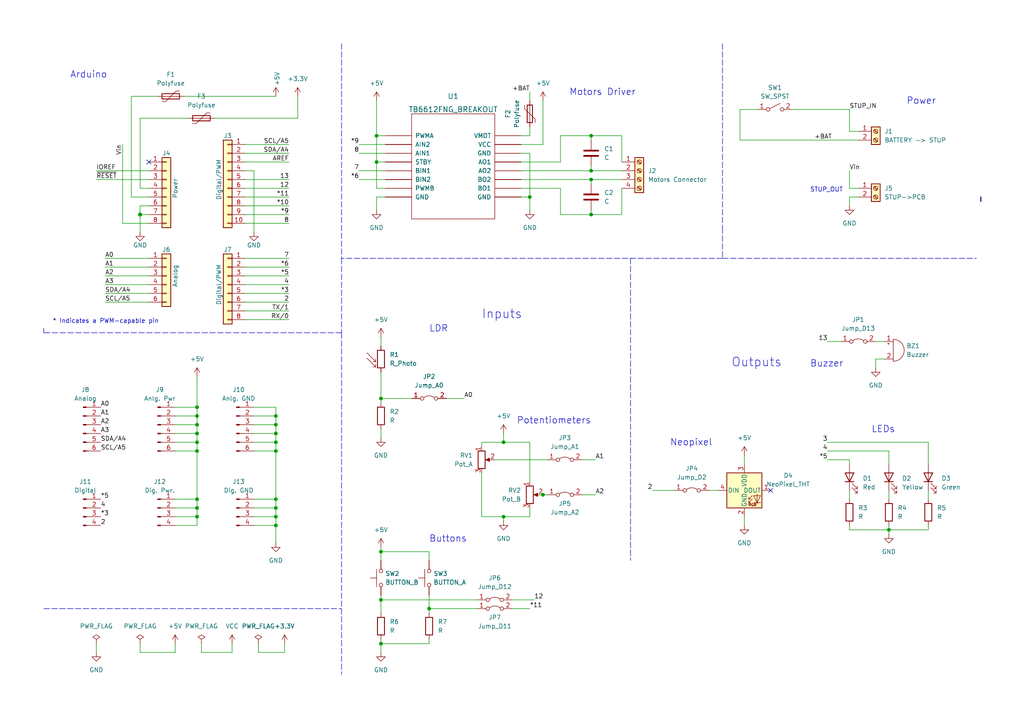
<source format=kicad_sch>
(kicad_sch (version 20211123) (generator eeschema)
  (paper "A4")
  (title_block (date "mar. 31 mars 2015"))
  (lib_symbols
    (symbol "Connector:Conn_01x04_Male" (pin_names (offset 1.016) hide)
      (property "Reference" "J" (at 0 5.08 0))
      (property "Value" "Conn_01x04_Male" (at 0 -7.62 0))
      (symbol "Conn_01x04_Male_1_1"
        (polyline (pts (xy 1.27 -5.08) (xy 0.8636 -5.08)) (stroke (width 0.1524)))
        (polyline (pts (xy 1.27 -2.54) (xy 0.8636 -2.54)) (stroke (width 0.1524)))
        (polyline (pts (xy 1.27 0) (xy 0.8636 0)) (stroke (width 0.1524)))
        (polyline (pts (xy 1.27 2.54) (xy 0.8636 2.54)) (stroke (width 0.1524)))
        (rectangle (start 0.8636 -4.953) (end 0 -5.207) (stroke (width 0.1524)) (fill (type outline)))
        (rectangle (start 0.8636 -2.413) (end 0 -2.667) (stroke (width 0.1524)) (fill (type outline)))
        (rectangle (start 0.8636 0.127) (end 0 -0.127) (stroke (width 0.1524)) (fill (type outline)))
        (rectangle (start 0.8636 2.667) (end 0 2.413) (stroke (width 0.1524)) (fill (type outline)))
        (pin passive line (at 5.08 2.54 180) (length 3.81) (name "Pin_1") (number "1"))
        (pin passive line (at 5.08 0 180) (length 3.81) (name "Pin_2") (number "2"))
        (pin passive line (at 5.08 -2.54 180) (length 3.81) (name "Pin_3") (number "3"))
        (pin passive line (at 5.08 -5.08 180) (length 3.81) (name "Pin_4") (number "4"))
      )
    )
    (symbol "Connector:Conn_01x06_Male" (pin_names (offset 1.016) hide)
      (property "Reference" "J" (at 0 7.62 0))
      (property "Value" "Conn_01x06_Male" (at 0 -10.16 0))
      (symbol "Conn_01x06_Male_1_1"
        (polyline (pts (xy 1.27 -7.62) (xy 0.8636 -7.62)) (stroke (width 0.1524)))
        (polyline (pts (xy 1.27 -5.08) (xy 0.8636 -5.08)) (stroke (width 0.1524)))
        (polyline (pts (xy 1.27 -2.54) (xy 0.8636 -2.54)) (stroke (width 0.1524)))
        (polyline (pts (xy 1.27 0) (xy 0.8636 0)) (stroke (width 0.1524)))
        (polyline (pts (xy 1.27 2.54) (xy 0.8636 2.54)) (stroke (width 0.1524)))
        (polyline (pts (xy 1.27 5.08) (xy 0.8636 5.08)) (stroke (width 0.1524)))
        (rectangle (start 0.8636 -7.493) (end 0 -7.747) (stroke (width 0.1524)) (fill (type outline)))
        (rectangle (start 0.8636 -4.953) (end 0 -5.207) (stroke (width 0.1524)) (fill (type outline)))
        (rectangle (start 0.8636 -2.413) (end 0 -2.667) (stroke (width 0.1524)) (fill (type outline)))
        (rectangle (start 0.8636 0.127) (end 0 -0.127) (stroke (width 0.1524)) (fill (type outline)))
        (rectangle (start 0.8636 2.667) (end 0 2.413) (stroke (width 0.1524)) (fill (type outline)))
        (rectangle (start 0.8636 5.207) (end 0 4.953) (stroke (width 0.1524)) (fill (type outline)))
        (pin passive line (at 5.08 5.08 180) (length 3.81) (name "Pin_1") (number "1"))
        (pin passive line (at 5.08 2.54 180) (length 3.81) (name "Pin_2") (number "2"))
        (pin passive line (at 5.08 0 180) (length 3.81) (name "Pin_3") (number "3"))
        (pin passive line (at 5.08 -2.54 180) (length 3.81) (name "Pin_4") (number "4"))
        (pin passive line (at 5.08 -5.08 180) (length 3.81) (name "Pin_5") (number "5"))
        (pin passive line (at 5.08 -7.62 180) (length 3.81) (name "Pin_6") (number "6"))
      )
    )
    (symbol "Connector:Screw_Terminal_01x02" (pin_names (offset 1.016) hide)
      (property "Reference" "J" (at 0 2.54 0))
      (property "Value" "Screw_Terminal_01x02" (at 0 -5.08 0))
      (symbol "Screw_Terminal_01x02_1_1"
        (rectangle (start -1.27 1.27) (end 1.27 -3.81) (stroke (width 0.254)) (fill (type background)))
        (circle (center 0 -2.54) (radius 0.635) (stroke (width 0.1524)))
        (polyline (pts (xy -0.5334 -2.2098) (xy 0.3302 -3.048)) (stroke (width 0.1524)))
        (polyline (pts (xy -0.5334 0.3302) (xy 0.3302 -0.508)) (stroke (width 0.1524)))
        (polyline (pts (xy -0.3556 -2.032) (xy 0.508 -2.8702)) (stroke (width 0.1524)))
        (polyline (pts (xy -0.3556 0.508) (xy 0.508 -0.3302)) (stroke (width 0.1524)))
        (circle (center 0 0) (radius 0.635) (stroke (width 0.1524)))
        (pin passive line (at -5.08 0 0) (length 3.81) (name "Pin_1") (number "1"))
        (pin passive line (at -5.08 -2.54 0) (length 3.81) (name "Pin_2") (number "2"))
      )
    )
    (symbol "Connector:Screw_Terminal_01x04" (pin_names (offset 1.016) hide)
      (property "Reference" "J" (at 0 5.08 0))
      (property "Value" "Screw_Terminal_01x04" (at 0 -7.62 0))
      (symbol "Screw_Terminal_01x04_1_1"
        (rectangle (start -1.27 3.81) (end 1.27 -6.35) (stroke (width 0.254)) (fill (type background)))
        (circle (center 0 -5.08) (radius 0.635) (stroke (width 0.1524)))
        (circle (center 0 -2.54) (radius 0.635) (stroke (width 0.1524)))
        (polyline (pts (xy -0.5334 -4.7498) (xy 0.3302 -5.588)) (stroke (width 0.1524)))
        (polyline (pts (xy -0.5334 -2.2098) (xy 0.3302 -3.048)) (stroke (width 0.1524)))
        (polyline (pts (xy -0.5334 0.3302) (xy 0.3302 -0.508)) (stroke (width 0.1524)))
        (polyline (pts (xy -0.5334 2.8702) (xy 0.3302 2.032)) (stroke (width 0.1524)))
        (polyline (pts (xy -0.3556 -4.572) (xy 0.508 -5.4102)) (stroke (width 0.1524)))
        (polyline (pts (xy -0.3556 -2.032) (xy 0.508 -2.8702)) (stroke (width 0.1524)))
        (polyline (pts (xy -0.3556 0.508) (xy 0.508 -0.3302)) (stroke (width 0.1524)))
        (polyline (pts (xy -0.3556 3.048) (xy 0.508 2.2098)) (stroke (width 0.1524)))
        (circle (center 0 0) (radius 0.635) (stroke (width 0.1524)))
        (circle (center 0 2.54) (radius 0.635) (stroke (width 0.1524)))
        (pin passive line (at -5.08 2.54 0) (length 3.81) (name "Pin_1") (number "1"))
        (pin passive line (at -5.08 0 0) (length 3.81) (name "Pin_2") (number "2"))
        (pin passive line (at -5.08 -2.54 0) (length 3.81) (name "Pin_3") (number "3"))
        (pin passive line (at -5.08 -5.08 0) (length 3.81) (name "Pin_4") (number "4"))
      )
    )
    (symbol "Connector_Generic:Conn_01x06" (pin_names (offset 1.016) hide)
      (property "Reference" "J" (at 0 7.62 0))
      (property "Value" "Conn_01x06" (at 0 -10.16 0))
      (symbol "Conn_01x06_1_1"
        (rectangle (start -1.27 -7.493) (end 0 -7.747) (stroke (width 0.1524)))
        (rectangle (start -1.27 -4.953) (end 0 -5.207) (stroke (width 0.1524)))
        (rectangle (start -1.27 -2.413) (end 0 -2.667) (stroke (width 0.1524)))
        (rectangle (start -1.27 0.127) (end 0 -0.127) (stroke (width 0.1524)))
        (rectangle (start -1.27 2.667) (end 0 2.413) (stroke (width 0.1524)))
        (rectangle (start -1.27 5.207) (end 0 4.953) (stroke (width 0.1524)))
        (rectangle (start -1.27 6.35) (end 1.27 -8.89) (stroke (width 0.254)) (fill (type background)))
        (pin passive line (at -5.08 5.08 0) (length 3.81) (name "Pin_1") (number "1"))
        (pin passive line (at -5.08 2.54 0) (length 3.81) (name "Pin_2") (number "2"))
        (pin passive line (at -5.08 0 0) (length 3.81) (name "Pin_3") (number "3"))
        (pin passive line (at -5.08 -2.54 0) (length 3.81) (name "Pin_4") (number "4"))
        (pin passive line (at -5.08 -5.08 0) (length 3.81) (name "Pin_5") (number "5"))
        (pin passive line (at -5.08 -7.62 0) (length 3.81) (name "Pin_6") (number "6"))
      )
    )
    (symbol "Connector_Generic:Conn_01x08" (pin_names (offset 1.016) hide)
      (property "Reference" "J" (at 0 10.16 0))
      (property "Value" "Conn_01x08" (at 0 -12.7 0))
      (symbol "Conn_01x08_1_1"
        (rectangle (start -1.27 -10.033) (end 0 -10.287) (stroke (width 0.1524)))
        (rectangle (start -1.27 -7.493) (end 0 -7.747) (stroke (width 0.1524)))
        (rectangle (start -1.27 -4.953) (end 0 -5.207) (stroke (width 0.1524)))
        (rectangle (start -1.27 -2.413) (end 0 -2.667) (stroke (width 0.1524)))
        (rectangle (start -1.27 0.127) (end 0 -0.127) (stroke (width 0.1524)))
        (rectangle (start -1.27 2.667) (end 0 2.413) (stroke (width 0.1524)))
        (rectangle (start -1.27 5.207) (end 0 4.953) (stroke (width 0.1524)))
        (rectangle (start -1.27 7.747) (end 0 7.493) (stroke (width 0.1524)))
        (rectangle (start -1.27 8.89) (end 1.27 -11.43) (stroke (width 0.254)) (fill (type background)))
        (pin passive line (at -5.08 7.62 0) (length 3.81) (name "Pin_1") (number "1"))
        (pin passive line (at -5.08 5.08 0) (length 3.81) (name "Pin_2") (number "2"))
        (pin passive line (at -5.08 2.54 0) (length 3.81) (name "Pin_3") (number "3"))
        (pin passive line (at -5.08 0 0) (length 3.81) (name "Pin_4") (number "4"))
        (pin passive line (at -5.08 -2.54 0) (length 3.81) (name "Pin_5") (number "5"))
        (pin passive line (at -5.08 -5.08 0) (length 3.81) (name "Pin_6") (number "6"))
        (pin passive line (at -5.08 -7.62 0) (length 3.81) (name "Pin_7") (number "7"))
        (pin passive line (at -5.08 -10.16 0) (length 3.81) (name "Pin_8") (number "8"))
      )
    )
    (symbol "Connector_Generic:Conn_01x10" (pin_names (offset 1.016) hide)
      (property "Reference" "J" (at 0 12.7 0))
      (property "Value" "Conn_01x10" (at 0 -15.24 0))
      (symbol "Conn_01x10_1_1"
        (rectangle (start -1.27 -12.573) (end 0 -12.827) (stroke (width 0.1524)))
        (rectangle (start -1.27 -10.033) (end 0 -10.287) (stroke (width 0.1524)))
        (rectangle (start -1.27 -7.493) (end 0 -7.747) (stroke (width 0.1524)))
        (rectangle (start -1.27 -4.953) (end 0 -5.207) (stroke (width 0.1524)))
        (rectangle (start -1.27 -2.413) (end 0 -2.667) (stroke (width 0.1524)))
        (rectangle (start -1.27 0.127) (end 0 -0.127) (stroke (width 0.1524)))
        (rectangle (start -1.27 2.667) (end 0 2.413) (stroke (width 0.1524)))
        (rectangle (start -1.27 5.207) (end 0 4.953) (stroke (width 0.1524)))
        (rectangle (start -1.27 7.747) (end 0 7.493) (stroke (width 0.1524)))
        (rectangle (start -1.27 10.287) (end 0 10.033) (stroke (width 0.1524)))
        (rectangle (start -1.27 11.43) (end 1.27 -13.97) (stroke (width 0.254)) (fill (type background)))
        (pin passive line (at -5.08 10.16 0) (length 3.81) (name "Pin_1") (number "1"))
        (pin passive line (at -5.08 -12.7 0) (length 3.81) (name "Pin_10") (number "10"))
        (pin passive line (at -5.08 7.62 0) (length 3.81) (name "Pin_2") (number "2"))
        (pin passive line (at -5.08 5.08 0) (length 3.81) (name "Pin_3") (number "3"))
        (pin passive line (at -5.08 2.54 0) (length 3.81) (name "Pin_4") (number "4"))
        (pin passive line (at -5.08 0 0) (length 3.81) (name "Pin_5") (number "5"))
        (pin passive line (at -5.08 -2.54 0) (length 3.81) (name "Pin_6") (number "6"))
        (pin passive line (at -5.08 -5.08 0) (length 3.81) (name "Pin_7") (number "7"))
        (pin passive line (at -5.08 -7.62 0) (length 3.81) (name "Pin_8") (number "8"))
        (pin passive line (at -5.08 -10.16 0) (length 3.81) (name "Pin_9") (number "9"))
      )
    )
    (symbol "Device:Buzzer" (pin_names (offset 0.0254) hide)
      (property "Reference" "BZ" (at 3.81 1.27 0))
      (property "Value" "Buzzer" (at 3.81 -1.27 0))
      (symbol "Buzzer_0_1"
        (arc (start 0 -3.175) (mid 3.175 0) (end 0 3.175))
        (polyline (pts (xy -1.651 1.905) (xy -1.143 1.905)))
        (polyline (pts (xy -1.397 2.159) (xy -1.397 1.651)))
        (polyline (pts (xy 0 3.175) (xy 0 -3.175)))
      )
      (symbol "Buzzer_1_1"
        (pin passive line (at -2.54 2.54 0) (length 2.54) (name "-") (number "1"))
        (pin passive line (at -2.54 -2.54 0) (length 2.54) (name "+") (number "2"))
      )
    )
    (symbol "Device:C" (pin_numbers hide) (pin_names (offset 0.254))
      (property "Reference" "C" (at 0.635 2.54 0))
      (property "Value" "C" (at 0.635 -2.54 0))
      (symbol "C_0_1"
        (polyline (pts (xy -2.032 -0.762) (xy 2.032 -0.762)) (stroke (width 0.508)))
        (polyline (pts (xy -2.032 0.762) (xy 2.032 0.762)) (stroke (width 0.508)))
      )
      (symbol "C_1_1"
        (pin passive line (at 0 3.81 270) (length 2.794) (name "~") (number "1"))
        (pin passive line (at 0 -3.81 90) (length 2.794) (name "~") (number "2"))
      )
    )
    (symbol "Device:LED" (pin_numbers hide) (pin_names (offset 1.016) hide)
      (property "Reference" "D" (at 0 2.54 0))
      (property "Value" "LED" (at 0 -2.54 0))
      (symbol "LED_0_1"
        (polyline (pts (xy -1.27 -1.27) (xy -1.27 1.27)) (stroke (width 0.254)))
        (polyline (pts (xy -1.27 0) (xy 1.27 0)))
        (polyline (pts (xy 1.27 -1.27) (xy 1.27 1.27) (xy -1.27 0) (xy 1.27 -1.27)) (stroke (width 0.254)))
        (polyline (pts (xy -3.048 -0.762) (xy -4.572 -2.286) (xy -3.81 -2.286) (xy -4.572 -2.286) (xy -4.572 -1.524)))
        (polyline (pts (xy -1.778 -0.762) (xy -3.302 -2.286) (xy -2.54 -2.286) (xy -3.302 -2.286) (xy -3.302 -1.524)))
      )
      (symbol "LED_1_1"
        (pin passive line (at -3.81 0 0) (length 2.54) (name "K") (number "1"))
        (pin passive line (at 3.81 0 180) (length 2.54) (name "A") (number "2"))
      )
    )
    (symbol "Device:Polyfuse" (pin_numbers hide) (pin_names (offset 0))
      (property "Reference" "F" (at -2.54 0 90))
      (property "Value" "Polyfuse" (at 2.54 0 90))
      (symbol "Polyfuse_0_1"
        (rectangle (start -0.762 2.54) (end 0.762 -2.54) (stroke (width 0.254)))
        (polyline (pts (xy 0 2.54) (xy 0 -2.54)))
        (polyline (pts (xy -1.524 2.54) (xy -1.524 1.524) (xy 1.524 -1.524) (xy 1.524 -2.54)))
      )
      (symbol "Polyfuse_1_1"
        (pin passive line (at 0 3.81 270) (length 1.27) (name "~") (number "1"))
        (pin passive line (at 0 -3.81 90) (length 1.27) (name "~") (number "2"))
      )
    )
    (symbol "Device:R" (pin_numbers hide) (pin_names (offset 0))
      (property "Reference" "R" (at 2.032 0 90))
      (property "Value" "R" (at 0 0 90))
      (symbol "R_0_1"
        (rectangle (start -1.016 -2.54) (end 1.016 2.54) (stroke (width 0.254)))
      )
      (symbol "R_1_1"
        (pin passive line (at 0 3.81 270) (length 1.27) (name "~") (number "1"))
        (pin passive line (at 0 -3.81 90) (length 1.27) (name "~") (number "2"))
      )
    )
    (symbol "Device:R_Photo" (pin_numbers hide) (pin_names (offset 0))
      (property "Reference" "R" (at 1.27 1.27 0))
      (property "Value" "R_Photo" (at 1.27 0 0))
      (symbol "R_Photo_0_1"
        (rectangle (start -1.016 2.54) (end 1.016 -2.54) (stroke (width 0.254)))
        (polyline (pts (xy -1.524 -2.286) (xy -4.064 0.254)))
        (polyline (pts (xy -1.524 -2.286) (xy -2.286 -2.286)))
        (polyline (pts (xy -1.524 -2.286) (xy -1.524 -1.524)))
        (polyline (pts (xy -1.524 -0.762) (xy -4.064 1.778)))
        (polyline (pts (xy -1.524 -0.762) (xy -2.286 -0.762)))
        (polyline (pts (xy -1.524 -0.762) (xy -1.524 0)))
      )
      (symbol "R_Photo_1_1"
        (pin passive line (at 0 3.81 270) (length 1.27) (name "~") (number "1"))
        (pin passive line (at 0 -3.81 90) (length 1.27) (name "~") (number "2"))
      )
    )
    (symbol "Device:R_Potentiometer" (pin_names (offset 1.016) hide)
      (property "Reference" "RV" (at -4.445 0 90))
      (property "Value" "R_Potentiometer" (at -2.54 0 90))
      (symbol "R_Potentiometer_0_1"
        (polyline (pts (xy 2.54 0) (xy 1.524 0)))
        (polyline (pts (xy 1.143 0) (xy 2.286 0.508) (xy 2.286 -0.508) (xy 1.143 0)) (fill (type outline)))
        (rectangle (start 1.016 2.54) (end -1.016 -2.54) (stroke (width 0.254)))
      )
      (symbol "R_Potentiometer_1_1"
        (pin passive line (at 0 3.81 270) (length 1.27) (name "1") (number "1"))
        (pin passive line (at 3.81 0 180) (length 1.27) (name "2") (number "2"))
        (pin passive line (at 0 -3.81 90) (length 1.27) (name "3") (number "3"))
      )
    )
    (symbol "Jumper:Jumper_2_Bridged" (pin_names (offset 0) hide)
      (property "Reference" "JP" (at 0 1.905 0))
      (property "Value" "Jumper_2_Bridged" (at 0 -2.54 0))
      (symbol "Jumper_2_Bridged_0_0"
        (circle (center -2.032 0) (radius 0.508))
        (circle (center 2.032 0) (radius 0.508))
      )
      (symbol "Jumper_2_Bridged_0_1"
        (arc (start 1.524 0.254) (mid 0 0.762) (end -1.524 0.254))
      )
      (symbol "Jumper_2_Bridged_1_1"
        (pin passive line (at -5.08 0 0) (length 2.54) (name "A") (number "1"))
        (pin passive line (at 5.08 0 180) (length 2.54) (name "B") (number "2"))
      )
    )
    (symbol "LED:NeoPixel_THT" (pin_names (offset 0.254))
      (property "Reference" "D" (at 5.08 5.715 0))
      (property "Value" "NeoPixel_THT" (at 1.27 -5.715 0))
      (symbol "NeoPixel_THT_0_0"
        (text "RGB" (at 2.286 -4.191 0) (effects (font (size 0.762 0.762))))
      )
      (symbol "NeoPixel_THT_0_1"
        (polyline (pts (xy 1.27 -3.556) (xy 1.778 -3.556)))
        (polyline (pts (xy 1.27 -2.54) (xy 1.778 -2.54)))
        (polyline (pts (xy 4.699 -3.556) (xy 2.667 -3.556)))
        (polyline (pts (xy 2.286 -2.54) (xy 1.27 -3.556) (xy 1.27 -3.048)))
        (polyline (pts (xy 2.286 -1.524) (xy 1.27 -2.54) (xy 1.27 -2.032)))
        (polyline (pts (xy 3.683 -1.016) (xy 3.683 -3.556) (xy 3.683 -4.064)))
        (polyline (pts (xy 4.699 -1.524) (xy 2.667 -1.524) (xy 3.683 -3.556) (xy 4.699 -1.524)))
        (rectangle (start 5.08 5.08) (end -5.08 -5.08) (stroke (width 0.254)) (fill (type background)))
      )
      (symbol "NeoPixel_THT_1_1"
        (pin output line (at 7.62 0 180) (length 2.54) (name "DOUT") (number "1"))
        (pin power_in line (at 0 -7.62 90) (length 2.54) (name "GND") (number "2"))
        (pin power_in line (at 0 7.62 270) (length 2.54) (name "VDD") (number "3"))
        (pin input line (at -7.62 0 0) (length 2.54) (name "DIN") (number "4"))
      )
    )
    (symbol "Switch:SW_Push" (pin_numbers hide) (pin_names (offset 1.016) hide)
      (property "Reference" "SW" (at 1.27 2.54 0))
      (property "Value" "SW_Push" (at 0 -1.524 0))
      (symbol "SW_Push_0_1"
        (circle (center -2.032 0) (radius 0.508))
        (polyline (pts (xy 0 1.27) (xy 0 3.048)))
        (polyline (pts (xy 2.54 1.27) (xy -2.54 1.27)))
        (circle (center 2.032 0) (radius 0.508))
        (pin passive line (at -5.08 0 0) (length 2.54) (name "1") (number "1"))
        (pin passive line (at 5.08 0 180) (length 2.54) (name "2") (number "2"))
      )
    )
    (symbol "Switch:SW_SPST" (pin_names (offset 0) hide)
      (property "Reference" "SW" (at 0 3.175 0))
      (property "Value" "SW_SPST" (at 0 -2.54 0))
      (symbol "SW_SPST_0_0"
        (circle (center -2.032 0) (radius 0.508))
        (polyline (pts (xy -1.524 0.254) (xy 1.524 1.778)))
        (circle (center 2.032 0) (radius 0.508))
      )
      (symbol "SW_SPST_1_1"
        (pin passive line (at -5.08 0 0) (length 2.54) (name "A") (number "1"))
        (pin passive line (at 5.08 0 180) (length 2.54) (name "B") (number "2"))
      )
    )
    (symbol "bl_kicad:TB6612FNG_BREAKOUT" (pin_numbers hide) (pin_names (offset 1.016))
      (property "Reference" "U" (at 13.97 15.24 0))
      (property "Value" "TB6612FNG_BREAKOUT" (at 0 1.27 90))
      (symbol "TB6612FNG_BREAKOUT_0_1"
        (rectangle (start -12.7 16.51) (end 11.43 -13.97))
      )
      (symbol "TB6612FNG_BREAKOUT_1_1"
        (pin input line (at -20.32 10.16 0) (length 7.62) (name "VMOT") (number "1"))
        (pin input line (at 19.05 -5.08 180) (length 7.62) (name "PWMB") (number "10"))
        (pin input line (at 19.05 -2.54 180) (length 7.62) (name "BIN2") (number "11"))
        (pin input line (at 19.05 0 180) (length 7.62) (name "BIN1") (number "12"))
        (pin input line (at 19.05 2.54 180) (length 7.62) (name "STBY") (number "13"))
        (pin input line (at 19.05 5.08 180) (length 7.62) (name "AIN1") (number "14"))
        (pin input line (at 19.05 7.62 180) (length 7.62) (name "AIN2") (number "15"))
        (pin input line (at 19.05 10.16 180) (length 7.62) (name "PWMA") (number "16"))
        (pin input line (at -20.32 7.62 0) (length 7.62) (name "VCC") (number "2"))
        (pin input line (at -20.32 5.08 0) (length 7.62) (name "GND") (number "3"))
        (pin output line (at -20.32 2.54 0) (length 7.62) (name "AO1") (number "4"))
        (pin output line (at -20.32 0 0) (length 7.62) (name "AO2") (number "5"))
        (pin output line (at -20.32 -2.54 0) (length 7.62) (name "BO2") (number "6"))
        (pin output line (at -20.32 -5.08 0) (length 7.62) (name "BO1") (number "7"))
        (pin input line (at -20.32 -7.62 0) (length 7.62) (name "GND") (number "8"))
        (pin input line (at 19.05 -7.62 180) (length 7.62) (name "GND") (number "9"))
      )
    )
    (symbol "power:+3.3V" (power) (pin_names (offset 0))
      (property "Value" "+3.3V" (at 0 3.556 0))
      (symbol "+3.3V_0_1"
        (polyline (pts (xy -0.762 1.27) (xy 0 2.54)))
        (polyline (pts (xy 0 0) (xy 0 2.54)))
        (polyline (pts (xy 0 2.54) (xy 0.762 1.27)))
      )
      (symbol "+3.3V_1_1"
        (pin power_in line (at 0 0 90) (length 0) hide (name "+3.3V") (number "1"))
      )
    )
    (symbol "power:+5V" (power) (pin_names (offset 0))
      (property "Value" "+5V" (at 0 3.556 0))
      (symbol "+5V_0_1"
        (polyline (pts (xy -0.762 1.27) (xy 0 2.54)))
        (polyline (pts (xy 0 0) (xy 0 2.54)))
        (polyline (pts (xy 0 2.54) (xy 0.762 1.27)))
      )
      (symbol "+5V_1_1"
        (pin power_in line (at 0 0 90) (length 0) hide (name "+5V") (number "1"))
      )
    )
    (symbol "power:GND" (power) (pin_names (offset 0))
      (property "Value" "GND" (at 0 -3.81 0))
      (symbol "GND_0_1"
        (polyline (pts (xy 0 0) (xy 0 -1.27) (xy 1.27 -1.27) (xy 0 -2.54) (xy -1.27 -1.27) (xy 0 -1.27)))
      )
      (symbol "GND_1_1"
        (pin power_in line (at 0 0 270) (length 0) hide (name "GND") (number "1"))
      )
    )
    (symbol "power:PWR_FLAG" (power) (pin_numbers hide) (pin_names (offset 0) hide)
      (property "Value" "PWR_FLAG" (at 0 3.81 0))
      (symbol "PWR_FLAG_0_0"
        (pin power_out line (at 0 0 90) (length 0) (name "pwr") (number "1"))
      )
      (symbol "PWR_FLAG_0_1"
        (polyline (pts (xy 0 0) (xy 0 1.27) (xy -1.016 1.905) (xy 0 2.54) (xy 1.016 1.905) (xy 0 1.27)))
      )
    )
    (symbol "power:VCC" (power) (pin_names (offset 0))
      (property "Value" "VCC" (at 0 3.81 0))
      (symbol "VCC_0_1"
        (polyline (pts (xy -0.762 1.27) (xy 0 2.54)))
        (polyline (pts (xy 0 0) (xy 0 2.54)))
        (polyline (pts (xy 0 2.54) (xy 0.762 1.27)))
      )
      (symbol "VCC_1_1"
        (pin power_in line (at 0 0 90) (length 0) hide (name "VCC") (number "1"))
      )
    )
  )
  (junction (at 124.46 176.53))
  (junction (at 57.15 118.11))
  (junction (at 57.15 125.73))
  (junction (at 57.15 123.19))
  (junction (at 171.45 39.37))
  (junction (at 110.49 115.57))
  (junction (at 80.01 149.86))
  (junction (at 80.01 123.19))
  (junction (at 40.64 62.23) (diameter 1.016))
  (junction (at 110.49 173.99))
  (junction (at 80.01 125.73))
  (junction (at 80.01 144.78))
  (junction (at 57.15 128.27))
  (junction (at 80.01 130.81))
  (junction (at 157.48 143.51))
  (junction (at 110.49 160.02))
  (junction (at 109.22 39.37))
  (junction (at 57.15 144.78))
  (junction (at 57.15 130.81))
  (junction (at 171.45 62.23))
  (junction (at 257.81 153.67))
  (junction (at 80.01 147.32))
  (junction (at 57.15 120.65))
  (junction (at 153.67 57.15))
  (junction (at 109.22 46.99))
  (junction (at 80.01 120.65))
  (junction (at 146.05 149.86))
  (junction (at 57.15 147.32))
  (junction (at 171.45 49.53))
  (junction (at 80.01 128.27))
  (junction (at 110.49 186.69))
  (junction (at 146.05 128.27))
  (junction (at 80.01 152.4))
  (junction (at 57.15 149.86))
  (junction (at 171.45 52.07))
  (no_connect (at 43.18 46.99))
  (no_connect (at 223.52 142.24))
  (wire (pts (xy 71.12 92.71) (xy 83.82 92.71)))
  (wire (pts (xy 257.81 142.24) (xy 257.81 144.78)))
  (wire (pts (xy 110.49 97.79) (xy 110.49 100.33)))
  (polyline (pts (xy 209.55 12.7) (xy 209.55 66.04)))
  (polyline (pts (xy 209.55 74.93) (xy 99.06 74.93)))
  (wire (pts (xy 71.12 59.69) (xy 83.82 59.69)))
  (wire (pts (xy 80.01 125.73) (xy 80.01 123.19)))
  (wire (pts (xy 246.38 134.62) (xy 246.38 133.35)))
  (wire (pts (xy 240.03 133.35) (xy 246.38 133.35)))
  (wire (pts (xy 153.67 128.27) (xy 153.67 139.7)))
  (wire (pts (xy 162.56 46.99) (xy 162.56 39.37)))
  (wire (pts (xy 71.12 41.91) (xy 83.82 41.91)))
  (wire (pts (xy 110.49 124.46) (xy 110.49 127)))
  (wire (pts (xy 40.64 34.29) (xy 54.61 34.29)))
  (wire (pts (xy 86.36 27.94) (xy 86.36 34.29)))
  (wire (pts (xy 153.67 44.45) (xy 153.67 57.15)))
  (wire (pts (xy 151.13 49.53) (xy 171.45 49.53)))
  (wire (pts (xy 157.48 143.51) (xy 158.75 143.51)))
  (wire (pts (xy 257.81 134.62) (xy 257.81 130.81)))
  (wire (pts (xy 124.46 176.53) (xy 124.46 177.8)))
  (wire (pts (xy 40.64 59.69) (xy 40.64 62.23)))
  (wire (pts (xy 248.92 57.15) (xy 246.38 57.15)))
  (wire (pts (xy 30.48 87.63) (xy 43.18 87.63)))
  (wire (pts (xy 57.15 120.65) (xy 57.15 118.11)))
  (wire (pts (xy 168.91 143.51) (xy 172.72 143.51)))
  (wire (pts (xy 110.49 107.95) (xy 110.49 115.57)))
  (wire (pts (xy 269.24 134.62) (xy 269.24 128.27)))
  (wire (pts (xy 139.7 128.27) (xy 146.05 128.27)))
  (wire (pts (xy 254 99.06) (xy 256.54 99.06)))
  (wire (pts (xy 110.49 173.99) (xy 110.49 177.8)))
  (wire (pts (xy 240.03 99.06) (xy 243.84 99.06)))
  (wire (pts (xy 110.49 173.99) (xy 138.43 173.99)))
  (wire (pts (xy 215.9 149.86) (xy 215.9 152.4)))
  (wire (pts (xy 50.8 147.32) (xy 57.15 147.32)))
  (wire (pts (xy 171.45 52.07) (xy 180.34 52.07)))
  (wire (pts (xy 80.01 128.27) (xy 80.01 125.73)))
  (wire (pts (xy 40.64 62.23) (xy 40.64 67.31)))
  (wire (pts (xy 57.15 128.27) (xy 57.15 125.73)))
  (wire (pts (xy 146.05 128.27) (xy 153.67 128.27)))
  (wire (pts (xy 38.1 27.94) (xy 45.72 27.94)))
  (wire (pts (xy 40.64 54.61) (xy 43.18 54.61)))
  (wire (pts (xy 162.56 39.37) (xy 171.45 39.37)))
  (wire (pts (xy 38.1 57.15) (xy 43.18 57.15)))
  (wire (pts (xy 57.15 125.73) (xy 57.15 123.19)))
  (wire (pts (xy 50.8 123.19) (xy 57.15 123.19)))
  (wire (pts (xy 171.45 39.37) (xy 180.34 39.37)))
  (wire (pts (xy 240.03 130.81) (xy 257.81 130.81)))
  (wire (pts (xy 240.03 128.27) (xy 269.24 128.27)))
  (wire (pts (xy 148.59 176.53) (xy 153.67 176.53)))
  (wire (pts (xy 71.12 52.07) (xy 83.82 52.07)))
  (wire (pts (xy 73.66 147.32) (xy 80.01 147.32)))
  (polyline (pts (xy 99.06 74.93) (xy 99.06 96.52)))
  (wire (pts (xy 71.12 74.93) (xy 83.82 74.93)))
  (wire (pts (xy 50.8 120.65) (xy 57.15 120.65)))
  (wire (pts (xy 43.18 74.93) (xy 30.48 74.93)))
  (wire (pts (xy 104.14 41.91) (xy 111.76 41.91)))
  (wire (pts (xy 71.12 54.61) (xy 83.82 54.61)))
  (wire (pts (xy 189.23 142.24) (xy 195.58 142.24)))
  (wire (pts (xy 27.94 186.69) (xy 27.94 189.23)))
  (polyline (pts (xy 99.06 96.52) (xy 12.7 96.52)))
  (wire (pts (xy 71.12 77.47) (xy 83.82 77.47)))
  (wire (pts (xy 110.49 115.57) (xy 110.49 116.84)))
  (wire (pts (xy 139.7 129.54) (xy 139.7 128.27)))
  (wire (pts (xy 153.67 39.37) (xy 153.67 36.83)))
  (polyline (pts (xy 80.01 176.53) (xy 99.06 176.53)))
  (wire (pts (xy 74.93 186.69) (xy 74.93 189.23)))
  (wire (pts (xy 104.14 44.45) (xy 111.76 44.45)))
  (wire (pts (xy 153.67 149.86) (xy 153.67 147.32)))
  (wire (pts (xy 139.7 137.16) (xy 139.7 149.86)))
  (wire (pts (xy 146.05 149.86) (xy 146.05 151.13)))
  (wire (pts (xy 156.21 143.51) (xy 157.48 143.51)))
  (wire (pts (xy 57.15 152.4) (xy 57.15 149.86)))
  (wire (pts (xy 124.46 176.53) (xy 138.43 176.53)))
  (wire (pts (xy 151.13 46.99) (xy 162.56 46.99)))
  (wire (pts (xy 110.49 160.02) (xy 110.49 162.56)))
  (wire (pts (xy 50.8 130.81) (xy 57.15 130.81)))
  (wire (pts (xy 246.38 57.15) (xy 246.38 59.69)))
  (wire (pts (xy 71.12 62.23) (xy 83.82 62.23)))
  (wire (pts (xy 153.67 26.67) (xy 153.67 29.21)))
  (polyline (pts (xy 12.7 176.53) (xy 80.01 176.53)))
  (polyline (pts (xy 182.88 74.93) (xy 182.88 162.56)))
  (polyline (pts (xy 209.55 74.93) (xy 283.21 74.93)))
  (wire (pts (xy 246.38 142.24) (xy 246.38 144.78)))
  (wire (pts (xy 71.12 82.55) (xy 83.82 82.55)))
  (wire (pts (xy 205.74 142.24) (xy 208.28 142.24)))
  (wire (pts (xy 269.24 152.4) (xy 269.24 153.67)))
  (wire (pts (xy 73.66 123.19) (xy 80.01 123.19)))
  (wire (pts (xy 80.01 149.86) (xy 80.01 147.32)))
  (wire (pts (xy 171.45 49.53) (xy 180.34 49.53)))
  (wire (pts (xy 248.92 54.61) (xy 246.38 54.61)))
  (wire (pts (xy 27.94 49.53) (xy 43.18 49.53)))
  (wire (pts (xy 153.67 57.15) (xy 153.67 60.96)))
  (wire (pts (xy 254 104.14) (xy 256.54 104.14)))
  (wire (pts (xy 143.51 133.35) (xy 158.75 133.35)))
  (wire (pts (xy 109.22 46.99) (xy 111.76 46.99)))
  (wire (pts (xy 40.64 34.29) (xy 40.64 54.61)))
  (wire (pts (xy 50.8 186.69) (xy 50.8 189.23)))
  (wire (pts (xy 111.76 54.61) (xy 109.22 54.61)))
  (wire (pts (xy 80.01 120.65) (xy 73.66 120.65)))
  (wire (pts (xy 248.92 38.1) (xy 246.38 38.1)))
  (wire (pts (xy 162.56 54.61) (xy 162.56 62.23)))
  (wire (pts (xy 80.01 123.19) (xy 80.01 120.65)))
  (wire (pts (xy 73.66 49.53) (xy 73.66 67.31)))
  (wire (pts (xy 214.63 40.64) (xy 214.63 31.75)))
  (wire (pts (xy 151.13 39.37) (xy 153.67 39.37)))
  (wire (pts (xy 58.42 186.69) (xy 58.42 189.23)))
  (wire (pts (xy 109.22 29.21) (xy 109.22 39.37)))
  (wire (pts (xy 80.01 147.32) (xy 80.01 144.78)))
  (wire (pts (xy 110.49 186.69) (xy 110.49 189.23)))
  (wire (pts (xy 71.12 46.99) (xy 83.82 46.99)))
  (wire (pts (xy 73.66 128.27) (xy 80.01 128.27)))
  (wire (pts (xy 180.34 46.99) (xy 180.34 39.37)))
  (wire (pts (xy 215.9 132.08) (xy 215.9 134.62)))
  (wire (pts (xy 257.81 153.67) (xy 269.24 153.67)))
  (bus (pts (xy 284.48 57.15) (xy 284.48 58.42)))
  (wire (pts (xy 73.66 125.73) (xy 80.01 125.73)))
  (wire (pts (xy 43.18 80.01) (xy 30.48 80.01)))
  (wire (pts (xy 27.94 52.07) (xy 43.18 52.07)))
  (wire (pts (xy 82.55 189.23) (xy 82.55 186.69)))
  (wire (pts (xy 43.18 62.23) (xy 40.64 62.23)))
  (wire (pts (xy 171.45 39.37) (xy 171.45 40.64)))
  (wire (pts (xy 168.91 133.35) (xy 172.72 133.35)))
  (wire (pts (xy 50.8 152.4) (xy 57.15 152.4)))
  (wire (pts (xy 171.45 48.26) (xy 171.45 49.53)))
  (wire (pts (xy 157.48 29.21) (xy 157.48 41.91)))
  (wire (pts (xy 109.22 57.15) (xy 109.22 60.96)))
  (wire (pts (xy 73.66 152.4) (xy 80.01 152.4)))
  (wire (pts (xy 151.13 52.07) (xy 171.45 52.07)))
  (wire (pts (xy 43.18 64.77) (xy 35.56 64.77)))
  (wire (pts (xy 67.31 186.69) (xy 67.31 189.23)))
  (wire (pts (xy 246.38 31.75) (xy 229.87 31.75)))
  (wire (pts (xy 30.48 77.47) (xy 43.18 77.47)))
  (wire (pts (xy 151.13 54.61) (xy 162.56 54.61)))
  (wire (pts (xy 148.59 173.99) (xy 154.94 173.99)))
  (wire (pts (xy 146.05 149.86) (xy 153.67 149.86)))
  (wire (pts (xy 50.8 149.86) (xy 57.15 149.86)))
  (wire (pts (xy 38.1 27.94) (xy 38.1 57.15)))
  (wire (pts (xy 110.49 158.75) (xy 110.49 160.02)))
  (wire (pts (xy 171.45 60.96) (xy 171.45 62.23)))
  (wire (pts (xy 151.13 41.91) (xy 157.48 41.91)))
  (wire (pts (xy 254 106.68) (xy 254 104.14)))
  (wire (pts (xy 139.7 149.86) (xy 146.05 149.86)))
  (wire (pts (xy 109.22 46.99) (xy 109.22 54.61)))
  (wire (pts (xy 180.34 54.61) (xy 180.34 62.23)))
  (wire (pts (xy 80.01 152.4) (xy 80.01 149.86)))
  (wire (pts (xy 74.93 189.23) (xy 82.55 189.23)))
  (wire (pts (xy 71.12 49.53) (xy 73.66 49.53)))
  (wire (pts (xy 57.15 123.19) (xy 57.15 120.65)))
  (wire (pts (xy 171.45 52.07) (xy 171.45 53.34)))
  (polyline (pts (xy 209.55 66.04) (xy 209.55 74.93)))
  (wire (pts (xy 43.18 59.69) (xy 40.64 59.69)))
  (wire (pts (xy 57.15 147.32) (xy 57.15 144.78)))
  (polyline (pts (xy 99.06 12.7) (xy 99.06 74.93)))
  (wire (pts (xy 257.81 152.4) (xy 257.81 153.67)))
  (wire (pts (xy 58.42 189.23) (xy 67.31 189.23)))
  (wire (pts (xy 71.12 57.15) (xy 83.82 57.15)))
  (wire (pts (xy 246.38 38.1) (xy 246.38 31.75)))
  (wire (pts (xy 73.66 144.78) (xy 80.01 144.78)))
  (wire (pts (xy 171.45 62.23) (xy 162.56 62.23)))
  (wire (pts (xy 269.24 142.24) (xy 269.24 144.78)))
  (wire (pts (xy 171.45 62.23) (xy 180.34 62.23)))
  (wire (pts (xy 71.12 80.01) (xy 83.82 80.01)))
  (wire (pts (xy 110.49 115.57) (xy 119.38 115.57)))
  (wire (pts (xy 80.01 130.81) (xy 80.01 128.27)))
  (wire (pts (xy 30.48 82.55) (xy 43.18 82.55)))
  (wire (pts (xy 246.38 49.53) (xy 246.38 54.61)))
  (wire (pts (xy 257.81 153.67) (xy 257.81 154.94)))
  (wire (pts (xy 110.49 172.72) (xy 110.49 173.99)))
  (wire (pts (xy 129.54 115.57) (xy 134.62 115.57)))
  (wire (pts (xy 50.8 125.73) (xy 57.15 125.73)))
  (wire (pts (xy 109.22 39.37) (xy 109.22 46.99)))
  (wire (pts (xy 151.13 57.15) (xy 153.67 57.15)))
  (wire (pts (xy 124.46 160.02) (xy 110.49 160.02)))
  (polyline (pts (xy 99.06 96.52) (xy 99.06 195.58)))
  (wire (pts (xy 246.38 152.4) (xy 246.38 153.67)))
  (wire (pts (xy 50.8 118.11) (xy 57.15 118.11)))
  (wire (pts (xy 151.13 44.45) (xy 153.67 44.45)))
  (wire (pts (xy 57.15 130.81) (xy 57.15 128.27)))
  (wire (pts (xy 40.64 186.69) (xy 40.64 189.23)))
  (wire (pts (xy 80.01 152.4) (xy 80.01 157.48)))
  (wire (pts (xy 109.22 39.37) (xy 111.76 39.37)))
  (wire (pts (xy 104.14 49.53) (xy 111.76 49.53)))
  (wire (pts (xy 73.66 130.81) (xy 80.01 130.81)))
  (wire (pts (xy 57.15 109.22) (xy 57.15 118.11)))
  (wire (pts (xy 71.12 44.45) (xy 83.82 44.45)))
  (polyline (pts (xy 12.7 95.25) (xy 12.7 96.52)))
  (wire (pts (xy 62.23 34.29) (xy 86.36 34.29)))
  (wire (pts (xy 71.12 87.63) (xy 83.82 87.63)))
  (wire (pts (xy 50.8 144.78) (xy 57.15 144.78)))
  (wire (pts (xy 214.63 31.75) (xy 219.71 31.75)))
  (wire (pts (xy 246.38 153.67) (xy 257.81 153.67)))
  (wire (pts (xy 111.76 57.15) (xy 109.22 57.15)))
  (wire (pts (xy 71.12 85.09) (xy 83.82 85.09)))
  (wire (pts (xy 104.14 52.07) (xy 111.76 52.07)))
  (wire (pts (xy 214.63 40.64) (xy 248.92 40.64)))
  (wire (pts (xy 124.46 172.72) (xy 124.46 176.53)))
  (wire (pts (xy 73.66 149.86) (xy 80.01 149.86)))
  (wire (pts (xy 57.15 144.78) (xy 57.15 130.81)))
  (wire (pts (xy 80.01 118.11) (xy 80.01 120.65)))
  (wire (pts (xy 57.15 149.86) (xy 57.15 147.32)))
  (wire (pts (xy 124.46 186.69) (xy 110.49 186.69)))
  (wire (pts (xy 73.66 118.11) (xy 80.01 118.11)))
  (wire (pts (xy 71.12 90.17) (xy 83.82 90.17)))
  (wire (pts (xy 35.56 64.77) (xy 35.56 41.91)))
  (wire (pts (xy 53.34 27.94) (xy 80.01 27.94)))
  (wire (pts (xy 124.46 162.56) (xy 124.46 160.02)))
  (wire (pts (xy 40.64 189.23) (xy 50.8 189.23)))
  (wire (pts (xy 43.18 85.09) (xy 30.48 85.09)))
  (wire (pts (xy 146.05 125.73) (xy 146.05 128.27)))
  (wire (pts (xy 80.01 144.78) (xy 80.01 130.81)))
  (wire (pts (xy 124.46 185.42) (xy 124.46 186.69)))
  (wire (pts (xy 71.12 64.77) (xy 83.82 64.77)))
  (wire (pts (xy 110.49 185.42) (xy 110.49 186.69)))
  (wire (pts (xy 50.8 128.27) (xy 57.15 128.27)))
  (text "Buzzer" (at 234.95 106.68 0) (effects (font (size 1.905 1.905)) (justify left bottom)))
  (text "Potentiometers" (at 149.86 123.19 0) (effects (font (size 1.905 1.905)) (justify left bottom)))
  (text "LDR" (at 124.46 96.52 0) (effects (font (size 1.905 1.905)) (justify left bottom)))
  (text "Motors Driver" (at 165.1 27.94 0) (effects (font (size 1.905 1.905)) (justify left bottom)))
  (text "LEDs" (at 252.73 125.73 0) (effects (font (size 1.905 1.905)) (justify left bottom)))
  (text "Outputs" (at 212.09 106.68 0) (effects (font (size 2.54 2.54)) (justify left bottom)))
  (text "Buttons" (at 124.46 157.48 0) (effects (font (size 1.905 1.905)) (justify left bottom)))
  (text "Power" (at 262.89 30.48 0) (effects (font (size 1.905 1.905)) (justify left bottom)))
  (text "Inputs" (at 139.7 92.71 0) (effects (font (size 2.54 2.54)) (justify left bottom)))
  (text "Neopixel" (at 194.31 129.54 0) (effects (font (size 1.905 1.905)) (justify left bottom)))
  (text "Arduino" (at 20.32 22.86 0) (effects (font (size 1.905 1.905)) (justify left bottom)))
  (text "* Indicates a PWM-capable pin" (at 15.24 93.98 0) (effects (font (size 1.27 1.27)) (justify left bottom)))
  (text "STUP_OUT\n" (at 234.95 55.88 0) (effects (font (size 1.27 1.27)) (justify left bottom)))
  (label "8" (at 104.14 44.45 180))
  (label "RX{slash}0" (at 83.82 92.71 180))
  (label "SDA{slash}A4" (at 29.21 128.27 0))
  (label "A2" (at 30.48 80.01 0))
  (label "4" (at 83.82 82.55 180))
  (label "SCL{slash}A5" (at 29.21 130.81 0))
  (label "3" (at 240.03 128.27 180))
  (label "*3" (at 29.21 149.86 0))
  (label "STUP_IN" (at 246.38 31.75 0))
  (label "2" (at 83.82 87.63 180))
  (label "A3" (at 30.48 82.55 0))
  (label "*11" (at 153.67 176.53 0))
  (label "13" (at 83.82 52.07 180))
  (label "A3" (at 29.21 125.73 0))
  (label "12" (at 83.82 54.61 180))
  (label "~{RESET}" (at 27.94 52.07 0))
  (label "4" (at 240.03 130.81 180))
  (label "*10" (at 83.82 59.69 180))
  (label "Vin" (at 246.38 49.53 0))
  (label "7" (at 104.14 49.53 180))
  (label "+BAT" (at 153.67 26.67 180))
  (label "7" (at 83.82 74.93 180))
  (label "SDA{slash}A4" (at 83.82 44.45 180))
  (label "8" (at 83.82 64.77 180))
  (label "*11" (at 83.82 57.15 180))
  (label "2" (at 29.21 152.4 0))
  (label "*3" (at 83.82 85.09 180))
  (label "*9" (at 104.14 41.91 180))
  (label "12" (at 154.94 173.99 0))
  (label "A1" (at 30.48 77.47 0))
  (label "TX{slash}1" (at 83.82 90.17 180))
  (label "A0" (at 30.48 74.93 0))
  (label "2" (at 189.23 142.24 180))
  (label "AREF" (at 83.82 46.99 180))
  (label "A0" (at 29.21 118.11 0))
  (label "A2" (at 172.72 143.51 0))
  (label "A1" (at 29.21 120.65 0))
  (label "Vin" (at 35.56 41.91 270))
  (label "*6" (at 83.82 77.47 180))
  (label "SCL{slash}A5" (at 83.82 41.91 180))
  (label "*9" (at 83.82 62.23 180))
  (label "+BAT" (at 241.3 40.64 180))
  (label "13" (at 240.03 99.06 180))
  (label "*5" (at 29.21 144.78 0))
  (label "*5" (at 83.82 80.01 180))
  (label "A1" (at 172.72 133.35 0))
  (label "IOREF" (at 27.94 49.53 0))
  (label "*6" (at 104.14 52.07 180))
  (label "SDA{slash}A4" (at 30.48 85.09 0))
  (label "A0" (at 134.62 115.57 0))
  (label "SCL{slash}A5" (at 30.48 87.63 0))
  (label "*5" (at 240.03 133.35 180))
  (label "A2" (at 29.21 123.19 0))
  (label "4" (at 29.21 147.32 0))
  (symbol (lib_id "Connector_Generic:Conn_01x08") (at 48.26 54.61 0) (unit 1)
    (property "Reference" "J4" (at 48.26 44.45 0))
    (property "Value" "Power" (at 50.8 54.61 90))
    (property "Footprint" "Connector_PinSocket_2.54mm:PinSocket_1x08_P2.54mm_Vertical" (effects hide))
  )
  (symbol (lib_id "power:+5V") (at 80.01 27.94 0) (unit 1)
    (property "Reference" "#PWR01" (effects hide))
    (property "Value" "+5V" (at 80.3656 24.892 90) (effects (justify left)))
  )
  (symbol (lib_id "power:GND") (at 40.64 67.31 0) (unit 1)
    (property "Reference" "#PWR08" (effects hide))
    (property "Value" "GND" (at 40.64 71.12 0))
  )
  (symbol (lib_id "Connector_Generic:Conn_01x10") (at 66.04 52.07 0) (mirror y) (unit 1)
    (property "Reference" "J3" (at 66.04 39.37 0))
    (property "Value" "Digital/PWM" (at 63.5 52.07 90))
    (property "Footprint" "Connector_PinSocket_2.54mm:PinSocket_1x10_P2.54mm_Vertical" (effects hide))
  )
  (symbol (lib_id "power:GND") (at 73.66 67.31 0) (unit 1)
    (property "Reference" "#PWR09" (effects hide))
    (property "Value" "GND" (at 73.66 71.12 0))
  )
  (symbol (lib_id "Connector_Generic:Conn_01x06") (at 48.26 80.01 0) (unit 1)
    (property "Reference" "J6" (at 48.26 72.39 0))
    (property "Value" "Analog" (at 50.8 80.01 90))
    (property "Footprint" "Connector_PinSocket_2.54mm:PinSocket_1x06_P2.54mm_Vertical" (effects hide))
  )
  (symbol (lib_id "Connector_Generic:Conn_01x08") (at 66.04 82.55 0) (mirror y) (unit 1)
    (property "Reference" "J7" (at 66.04 72.39 0))
    (property "Value" "Digital/PWM" (at 63.5 82.55 90))
    (property "Footprint" "Connector_PinSocket_2.54mm:PinSocket_1x08_P2.54mm_Vertical" (effects hide))
  )
  (symbol (lib_id "Device:R_Photo") (at 110.49 104.14 0) (unit 1)
    (property "Reference" "R1" (at 113.03 102.8699 0) (effects (justify left)))
    (property "Value" "R_Photo" (at 113.03 105.4099 0) (effects (justify left)))
  )
  (symbol (lib_id "power:+3.3V") (at 86.36 27.94 0) (unit 1)
    (property "Reference" "#PWR02" (effects hide))
    (property "Value" "+3.3V" (at 86.36 22.86 0))
  )
  (symbol (lib_id "power:+3.3V") (at 82.55 186.69 0) (unit 1)
    (property "Reference" "#PWR023" (effects hide))
    (property "Value" "+3.3V" (at 82.55 181.61 0))
  )
  (symbol (lib_id "Switch:SW_SPST") (at 224.79 31.75 0) (unit 1)
    (property "Reference" "SW1" (at 224.79 25.4 0))
    (property "Value" "SW_SPST" (at 224.79 27.94 0))
    (property "Footprint" "Button_Switch_THT:SW_CuK_OS102011MA1QN1_SPDT_Angled" (effects hide))
  )
  (symbol (lib_id "Switch:SW_Push") (at 124.46 167.64 90) (unit 1)
    (property "Reference" "SW3" (at 125.73 166.3699 90) (effects (justify right)))
    (property "Value" "BUTTON_A" (at 125.73 168.9099 90) (effects (justify right)))
  )
  (symbol (lib_id "power:GND") (at 246.38 59.69 0) (unit 1)
    (property "Reference" "#PWR05" (effects hide))
    (property "Value" "GND" (at 246.38 64.77 0))
  )
  (symbol (lib_id "power:PWR_FLAG") (at 27.94 186.69 0) (unit 1)
    (property "Reference" "#FLG01" (effects hide))
    (property "Value" "PWR_FLAG" (at 27.94 181.61 0))
  )
  (symbol (lib_id "Switch:SW_Push") (at 110.49 167.64 90) (unit 1)
    (property "Reference" "SW2" (at 111.76 166.3699 90) (effects (justify right)))
    (property "Value" "BUTTON_B" (at 111.76 168.9099 90) (effects (justify right)))
  )
  (symbol (lib_id "power:+5V") (at 50.8 186.69 0) (unit 1)
    (property "Reference" "#PWR021" (effects hide))
    (property "Value" "+5V" (at 50.8 181.61 0))
  )
  (symbol (lib_id "power:+5V") (at 57.15 109.22 0) (unit 1)
    (property "Reference" "#PWR012" (effects hide))
    (property "Value" "+5V" (at 57.15 104.14 0))
  )
  (symbol (lib_id "Device:R") (at 269.24 148.59 0) (unit 1)
    (property "Reference" "R5" (at 271.78 147.3199 0) (effects (justify left)))
    (property "Value" "R" (at 271.78 149.8599 0) (effects (justify left)))
    (property "Footprint" "Resistor_THT:R_Axial_DIN0207_L6.3mm_D2.5mm_P7.62mm_Horizontal" (effects hide))
  )
  (symbol (lib_id "Device:Polyfuse") (at 153.67 33.02 180) (unit 1)
    (property "Reference" "F2" (at 147.32 33.02 90))
    (property "Value" "Polyfuse" (at 149.86 33.02 90))
    (property "Footprint" "Fuse:Fuse_BelFuse_0ZRE0005FF_L8.3mm_W3.8mm" (effects hide))
  )
  (symbol (lib_id "Device:R") (at 246.38 148.59 0) (unit 1)
    (property "Reference" "R3" (at 248.92 147.3199 0) (effects (justify left)))
    (property "Value" "R" (at 248.92 149.8599 0) (effects (justify left)))
    (property "Footprint" "Resistor_THT:R_Axial_DIN0207_L6.3mm_D2.5mm_P7.62mm_Horizontal" (effects hide))
  )
  (symbol (lib_id "power:GND") (at 110.49 127 0) (unit 1)
    (property "Reference" "#PWR014" (effects hide))
    (property "Value" "GND" (at 110.49 132.08 0))
  )
  (symbol (lib_id "Connector:Screw_Terminal_01x04") (at 185.42 49.53 0) (unit 1)
    (property "Reference" "J2" (at 187.96 49.5299 0) (effects (justify left)))
    (property "Value" "Motors Connector" (at 187.96 52.0699 0) (effects (justify left)))
    (property "Footprint" "TerminalBlock:TerminalBlock_bornier-4_P5.08mm" (effects hide))
  )
  (symbol (lib_id "power:GND") (at 257.81 154.94 0) (unit 1)
    (property "Reference" "#PWR018" (effects hide))
    (property "Value" "GND" (at 257.81 160.02 0))
  )
  (symbol (lib_id "Device:LED") (at 257.81 138.43 90) (unit 1)
    (property "Reference" "D2" (at 261.62 138.7474 90) (effects (justify right)))
    (property "Value" "Yellow" (at 261.62 141.2874 90) (effects (justify right)))
    (property "Footprint" "LED_THT:LED_D5.0mm" (effects hide))
  )
  (symbol (lib_id "Connector:Screw_Terminal_01x02") (at 254 54.61 0) (unit 1)
    (property "Reference" "J5" (at 256.54 54.6099 0) (effects (justify left)))
    (property "Value" "STUP->PCB" (at 256.54 57.1499 0) (effects (justify left)))
    (property "Footprint" "TerminalBlock:TerminalBlock_bornier-2_P5.08mm" (effects hide))
  )
  (symbol (lib_id "Device:Polyfuse") (at 49.53 27.94 90) (unit 1)
    (property "Reference" "F1" (at 49.53 21.59 90))
    (property "Value" "Polyfuse" (at 49.53 24.13 90))
    (property "Footprint" "Fuse:Fuse_BelFuse_0ZRE0005FF_L8.3mm_W3.8mm" (effects hide))
  )
  (symbol (lib_id "Jumper:Jumper_2_Bridged") (at 248.92 99.06 0) (unit 1)
    (property "Reference" "JP1" (at 248.92 92.71 0))
    (property "Value" "Jump_D13" (at 248.92 95.25 0))
    (property "Footprint" "Connector_PinHeader_2.54mm:PinHeader_1x02_P2.54mm_Vertical" (effects hide))
  )
  (symbol (lib_id "power:PWR_FLAG") (at 58.42 186.69 0) (unit 1)
    (property "Reference" "#FLG03" (effects hide))
    (property "Value" "PWR_FLAG" (at 58.42 181.61 0))
  )
  (symbol (lib_id "Connector:Conn_01x04_Male") (at 68.58 147.32 0) (unit 1)
    (property "Reference" "J13" (at 69.215 139.7 0))
    (property "Value" "Dig. GND" (at 69.215 142.24 0))
    (property "Footprint" "Connector_PinHeader_2.54mm:PinHeader_1x04_P2.54mm_Vertical" (effects hide))
  )
  (symbol (lib_id "power:VCC") (at 67.31 186.69 0) (unit 1)
    (property "Reference" "#PWR022" (effects hide))
    (property "Value" "VCC" (at 67.31 181.61 0))
  )
  (symbol (lib_id "Device:R") (at 257.81 148.59 0) (unit 1)
    (property "Reference" "R4" (at 260.35 147.3199 0) (effects (justify left)))
    (property "Value" "R" (at 260.35 149.8599 0) (effects (justify left)))
    (property "Footprint" "Resistor_THT:R_Axial_DIN0207_L6.3mm_D2.5mm_P7.62mm_Horizontal" (effects hide))
  )
  (symbol (lib_id "Jumper:Jumper_2_Bridged") (at 124.46 115.57 0) (unit 1)
    (property "Reference" "JP2" (at 124.46 109.22 0))
    (property "Value" "Jump_A0" (at 124.46 111.76 0))
    (property "Footprint" "Connector_PinHeader_2.54mm:PinHeader_1x02_P2.54mm_Vertical" (effects hide))
  )
  (symbol (lib_id "Jumper:Jumper_2_Bridged") (at 163.83 143.51 0) (unit 1)
    (property "Reference" "JP5" (at 163.83 146.05 0))
    (property "Value" "Jump_A2" (at 163.83 148.59 0))
    (property "Footprint" "Connector_PinHeader_2.54mm:PinHeader_1x02_P2.54mm_Vertical" (effects hide))
  )
  (symbol (lib_id "Connector:Screw_Terminal_01x02") (at 254 38.1 0) (unit 1)
    (property "Reference" "J1" (at 256.54 38.0999 0) (effects (justify left)))
    (property "Value" "BATTERY -> STUP" (at 256.54 40.6399 0) (effects (justify left)))
    (property "Footprint" "TerminalBlock:TerminalBlock_bornier-2_P5.08mm" (effects hide))
  )
  (symbol (lib_id "power:+5V") (at 110.49 97.79 0) (unit 1)
    (property "Reference" "#PWR010" (effects hide))
    (property "Value" "+5V" (at 110.49 92.71 0))
  )
  (symbol (lib_id "Device:C") (at 171.45 57.15 0) (unit 1)
    (property "Reference" "C2" (at 175.26 55.8799 0) (effects (justify left)))
    (property "Value" "C" (at 175.26 58.4199 0) (effects (justify left)))
    (property "Footprint" "Capacitor_THT:C_Disc_D5.0mm_W2.5mm_P5.00mm" (effects hide))
  )
  (symbol (lib_id "power:PWR_FLAG") (at 40.64 186.69 0) (unit 1)
    (property "Reference" "#FLG02" (effects hide))
    (property "Value" "PWR_FLAG" (at 40.64 181.61 0))
  )
  (symbol (lib_id "Device:Polyfuse") (at 58.42 34.29 90) (unit 1)
    (property "Reference" "F3" (at 58.42 27.94 90))
    (property "Value" "Polyfuse" (at 58.42 30.48 90))
    (property "Footprint" "Fuse:Fuse_BelFuse_0ZRE0005FF_L8.3mm_W3.8mm" (effects hide))
  )
  (symbol (lib_id "power:GND") (at 215.9 152.4 0) (unit 1)
    (property "Reference" "#PWR017" (effects hide))
    (property "Value" "GND" (at 215.9 157.48 0))
  )
  (symbol (lib_id "power:GND") (at 254 106.68 0) (unit 1)
    (property "Reference" "#PWR011" (effects hide))
    (property "Value" "GND" (at 254 111.76 0))
  )
  (symbol (lib_id "power:+5V") (at 146.05 125.73 0) (unit 1)
    (property "Reference" "#PWR013" (effects hide))
    (property "Value" "+5V" (at 146.05 120.65 0))
  )
  (symbol (lib_id "power:GND") (at 80.01 157.48 0) (unit 1)
    (property "Reference" "#PWR019" (effects hide))
    (property "Value" "GND" (at 80.01 162.56 0))
  )
  (symbol (lib_id "Connector:Conn_01x06_Male") (at 45.72 123.19 0) (unit 1)
    (property "Reference" "J9" (at 46.355 113.03 0))
    (property "Value" "Anlg. Pwr" (at 46.355 115.57 0))
    (property "Footprint" "Connector_PinHeader_2.54mm:PinHeader_1x06_P2.54mm_Vertical" (effects hide))
  )
  (symbol (lib_id "power:+5V") (at 215.9 132.08 0) (unit 1)
    (property "Reference" "#PWR015" (effects hide))
    (property "Value" "+5V" (at 215.9 127 0))
  )
  (symbol (lib_id "Device:R") (at 124.46 181.61 0) (unit 1)
    (property "Reference" "R7" (at 127 180.3399 0) (effects (justify left)))
    (property "Value" "R" (at 127 182.8799 0) (effects (justify left)))
    (property "Footprint" "Resistor_THT:R_Axial_DIN0207_L6.3mm_D2.5mm_P7.62mm_Horizontal" (effects hide))
  )
  (symbol (lib_id "power:PWR_FLAG") (at 74.93 186.69 0) (unit 1)
    (property "Reference" "#FLG04" (effects hide))
    (property "Value" "PWR_FLAG" (at 74.93 181.61 0))
  )
  (symbol (lib_id "Device:LED") (at 269.24 138.43 90) (unit 1)
    (property "Reference" "D3" (at 273.05 138.7474 90) (effects (justify right)))
    (property "Value" "Green" (at 273.05 141.2874 90) (effects (justify right)))
    (property "Footprint" "LED_THT:LED_D5.0mm" (effects hide))
  )
  (symbol (lib_id "Jumper:Jumper_2_Bridged") (at 143.51 176.53 0) (unit 1)
    (property "Reference" "JP7" (at 143.51 179.07 0))
    (property "Value" "Jump_D11" (at 143.51 181.61 0))
    (property "Footprint" "Connector_PinHeader_2.54mm:PinHeader_1x02_P2.54mm_Vertical" (effects hide))
  )
  (symbol (lib_id "Device:LED") (at 246.38 138.43 90) (unit 1)
    (property "Reference" "D1" (at 250.19 138.7474 90) (effects (justify right)))
    (property "Value" "Red" (at 250.19 141.2874 90) (effects (justify right)))
    (property "Footprint" "LED_THT:LED_D5.0mm" (effects hide))
  )
  (symbol (lib_id "power:GND") (at 110.49 189.23 0) (unit 1)
    (property "Reference" "#PWR025" (effects hide))
    (property "Value" "GND" (at 110.49 194.31 0))
  )
  (symbol (lib_id "Device:C") (at 171.45 44.45 0) (unit 1)
    (property "Reference" "C1" (at 175.26 43.1799 0) (effects (justify left)))
    (property "Value" "C" (at 175.26 45.7199 0) (effects (justify left)))
    (property "Footprint" "Capacitor_THT:C_Disc_D5.0mm_W2.5mm_P5.00mm" (effects hide))
  )
  (symbol (lib_id "power:GND") (at 27.94 189.23 0) (unit 1)
    (property "Reference" "#PWR024" (effects hide))
    (property "Value" "GND" (at 27.94 194.31 0))
  )
  (symbol (lib_id "LED:NeoPixel_THT") (at 215.9 142.24 0) (unit 1)
    (property "Reference" "D4" (at 228.6 137.9093 0))
    (property "Value" "NeoPixel_THT" (at 228.6 140.4493 0))
    (property "Datasheet" "https://www.adafruit.com/product/1938" (effects hide))
  )
  (symbol (lib_id "power:GND") (at 153.67 60.96 0) (unit 1)
    (property "Reference" "#PWR07" (effects hide))
    (property "Value" "GND" (at 153.67 66.04 0))
  )
  (symbol (lib_id "Jumper:Jumper_2_Bridged") (at 200.66 142.24 0) (unit 1)
    (property "Reference" "JP4" (at 200.66 135.89 0))
    (property "Value" "Jump_D2" (at 200.66 138.43 0))
    (property "Footprint" "Connector_PinHeader_2.54mm:PinHeader_1x02_P2.54mm_Vertical" (effects hide))
  )
  (symbol (lib_id "power:GND") (at 109.22 60.96 0) (unit 1)
    (property "Reference" "#PWR06" (effects hide))
    (property "Value" "GND" (at 109.22 66.04 0))
  )
  (symbol (lib_id "Connector:Conn_01x06_Male") (at 68.58 123.19 0) (unit 1)
    (property "Reference" "J10" (at 69.215 113.03 0))
    (property "Value" "Anlg. GND" (at 69.215 115.57 0))
    (property "Footprint" "Connector_PinHeader_2.54mm:PinHeader_1x06_P2.54mm_Vertical" (effects hide))
  )
  (symbol (lib_id "Device:R_Potentiometer") (at 153.67 143.51 0) (unit 1)
    (property "Reference" "RV2" (at 151.13 142.2399 0) (effects (justify right)))
    (property "Value" "Pot_B" (at 151.13 144.7799 0) (effects (justify right)))
  )
  (symbol (lib_id "Connector:Conn_01x04_Male") (at 45.72 147.32 0) (unit 1)
    (property "Reference" "J12" (at 46.355 139.7 0))
    (property "Value" "Dig. Pwr." (at 46.355 142.24 0))
    (property "Footprint" "Connector_PinHeader_2.54mm:PinHeader_1x04_P2.54mm_Vertical" (effects hide))
  )
  (symbol (lib_id "Device:R") (at 110.49 181.61 0) (unit 1)
    (property "Reference" "R6" (at 113.03 180.3399 0) (effects (justify left)))
    (property "Value" "R" (at 113.03 182.8799 0) (effects (justify left)))
    (property "Footprint" "Resistor_THT:R_Axial_DIN0207_L6.3mm_D2.5mm_P7.62mm_Horizontal" (effects hide))
  )
  (symbol (lib_id "Jumper:Jumper_2_Bridged") (at 163.83 133.35 0) (unit 1)
    (property "Reference" "JP3" (at 163.83 127 0))
    (property "Value" "Jump_A1" (at 163.83 129.54 0))
    (property "Footprint" "Connector_PinHeader_2.54mm:PinHeader_1x02_P2.54mm_Vertical" (effects hide))
  )
  (symbol (lib_id "Connector:Conn_01x06_Male") (at 24.13 123.19 0) (unit 1)
    (property "Reference" "J8" (at 24.765 113.03 0))
    (property "Value" "Analog" (at 24.765 115.57 0))
    (property "Footprint" "Connector_PinHeader_2.54mm:PinHeader_1x06_P2.54mm_Vertical" (effects hide))
  )
  (symbol (lib_id "power:+5V") (at 110.49 158.75 0) (unit 1)
    (property "Reference" "#PWR020" (effects hide))
    (property "Value" "+5V" (at 110.49 153.67 0))
  )
  (symbol (lib_id "bl_kicad:TB6612FNG_BREAKOUT") (at 130.81 49.53 0) (mirror y) (unit 1)
    (property "Reference" "U1" (at 131.445 27.94 0) (effects (font (size 1.524 1.524))))
    (property "Value" "TB6612FNG_BREAKOUT" (at 131.445 31.75 0) (effects (font (size 1.524 1.524))))
    (property "Footprint" "bl_kicad:DIP-16_600" (effects hide))
  )
  (symbol (lib_id "power:+5V") (at 109.22 29.21 0) (unit 1)
    (property "Reference" "#PWR03" (effects hide))
    (property "Value" "+5V" (at 109.22 24.13 0))
  )
  (symbol (lib_id "Device:Buzzer") (at 259.08 101.6 0) (unit 1)
    (property "Reference" "BZ1" (at 262.89 100.3299 0) (effects (justify left)))
    (property "Value" "Buzzer" (at 262.89 102.8699 0) (effects (justify left)))
    (property "Footprint" "bl_kicad:Buzzer_11.45x8RM7" (effects hide))
  )
  (symbol (lib_id "Connector:Conn_01x04_Male") (at 24.13 147.32 0) (unit 1)
    (property "Reference" "J11" (at 24.765 139.7 0))
    (property "Value" "Digital" (at 24.765 142.24 0))
    (property "Footprint" "Connector_PinHeader_2.54mm:PinHeader_1x04_P2.54mm_Vertical" (effects hide))
  )
  (symbol (lib_id "Device:R") (at 110.49 120.65 0) (unit 1)
    (property "Reference" "R2" (at 113.03 119.3799 0) (effects (justify left)))
    (property "Value" "R" (at 113.03 121.9199 0) (effects (justify left)))
    (property "Footprint" "Resistor_THT:R_Axial_DIN0207_L6.3mm_D2.5mm_P7.62mm_Horizontal" (effects hide))
  )
  (symbol (lib_id "Device:R_Potentiometer") (at 139.7 133.35 0) (unit 1)
    (property "Reference" "RV1" (at 137.16 132.0799 0) (effects (justify right)))
    (property "Value" "Pot_A" (at 137.16 134.6199 0) (effects (justify right)))
  )
  (symbol (lib_id "power:GND") (at 146.05 151.13 0) (unit 1)
    (property "Reference" "#PWR016" (effects hide))
    (property "Value" "GND" (at 146.05 156.21 0))
  )
  (symbol (lib_id "power:+5V") (at 157.48 29.21 0) (unit 1)
    (property "Reference" "#PWR04" (effects hide))
    (property "Value" "+5V" (at 157.48 24.13 0))
  )
  (symbol (lib_id "Jumper:Jumper_2_Bridged") (at 143.51 173.99 0) (unit 1)
    (property "Reference" "JP6" (at 143.51 167.64 0))
    (property "Value" "Jump_D12" (at 143.51 170.18 0))
    (property "Footprint" "Connector_PinHeader_2.54mm:PinHeader_1x02_P2.54mm_Vertical" (effects hide))
  )
)
</source>
